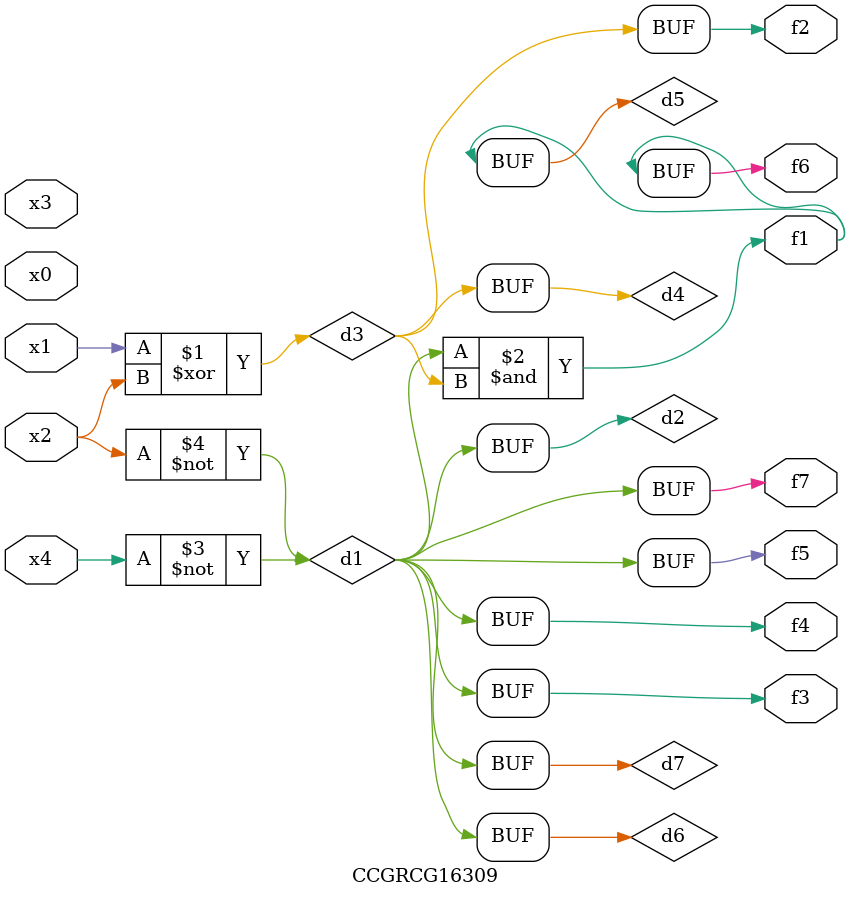
<source format=v>
module CCGRCG16309(
	input x0, x1, x2, x3, x4,
	output f1, f2, f3, f4, f5, f6, f7
);

	wire d1, d2, d3, d4, d5, d6, d7;

	not (d1, x4);
	not (d2, x2);
	xor (d3, x1, x2);
	buf (d4, d3);
	and (d5, d1, d3);
	buf (d6, d1, d2);
	buf (d7, d2);
	assign f1 = d5;
	assign f2 = d4;
	assign f3 = d7;
	assign f4 = d7;
	assign f5 = d7;
	assign f6 = d5;
	assign f7 = d7;
endmodule

</source>
